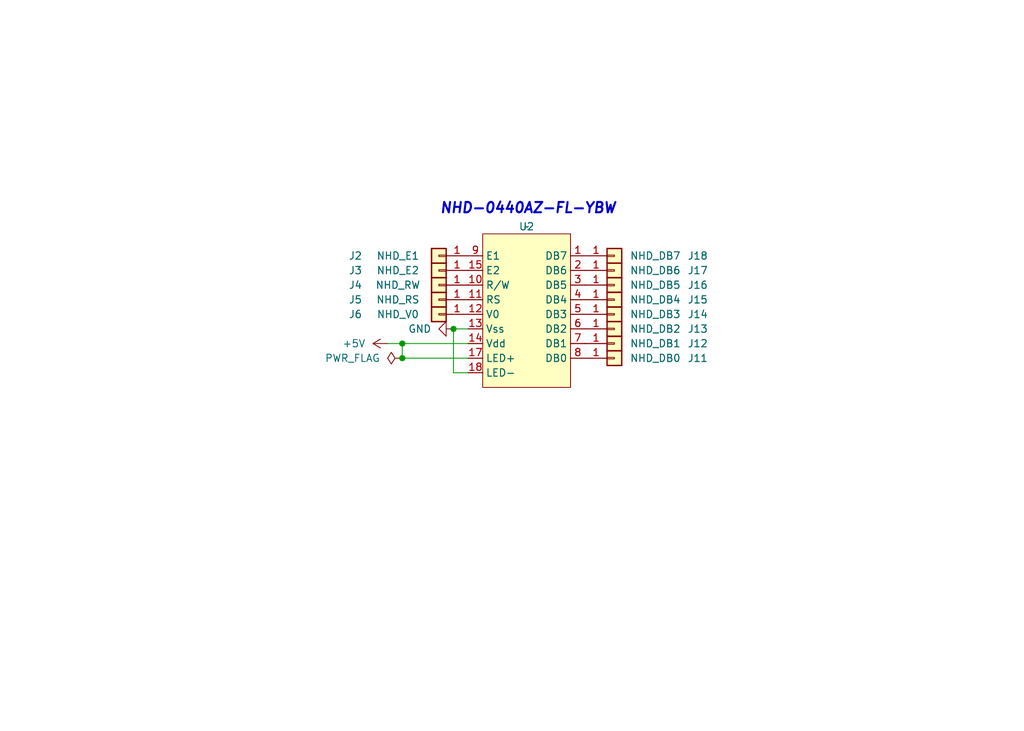
<source format=kicad_sch>
(kicad_sch (version 20231120) (generator "eeschema") (generator_version "8.0")
  (paper "User" 177.8 127)
  (title_block (title "Offboard 8-Ohm Speaker") (company "ECE 47700 Team 01"))
  (lib_symbols
    (symbol "Connector_Generic:Conn_01x01" (pin_names (offset 1.016) hide)
      (property "Reference" "J" (at 0 2.54 0))
      (property "Value" "Conn_01x01" (at 0 -2.54 0))
      (symbol "Conn_01x01_1_1"
        (rectangle (start -1.27 0.127) (end 0 -0.127) (stroke (width 0.1524)))
        (rectangle (start -1.27 1.27) (end 1.27 -1.27) (stroke (width 0.254)) (fill (type background)))
        (pin passive line (at -5.08 0 0) (length 3.81) (name "Pin_1") (number "1"))
      )
    )
    (symbol "nhd-0440az:NHD_0440AZ"
      (property "Reference" "U" (at -7.874 2.286 0))
      (symbol "NHD_0440AZ_1_1"
        (rectangle (start -15.24 1.27) (end 0 -25.4) (fill (type background)))
        (pin input line (at 2.54 -2.54 180) (length 2.54) (name "DB7") (number "1"))
        (pin input line (at -17.78 -7.62 0) (length 2.54) (name "R/W") (number "10"))
        (pin input line (at -17.78 -10.16 0) (length 2.54) (name "RS") (number "11"))
        (pin power_in line (at -17.78 -12.7 0) (length 2.54) (name "V0") (number "12"))
        (pin power_in line (at -17.78 -15.24 0) (length 2.54) (name "Vss") (number "13"))
        (pin power_in line (at -17.78 -17.78 0) (length 2.54) (name "Vdd") (number "14"))
        (pin input line (at -17.78 -5.08 0) (length 2.54) (name "E2") (number "15"))
        (pin power_in line (at -17.78 -20.32 0) (length 2.54) (name "LED+") (number "17"))
        (pin power_in line (at -17.78 -22.86 0) (length 2.54) (name "LED-") (number "18"))
        (pin input line (at 2.54 -5.08 180) (length 2.54) (name "DB6") (number "2"))
        (pin input line (at 2.54 -7.62 180) (length 2.54) (name "DB5") (number "3"))
        (pin input line (at 2.54 -10.16 180) (length 2.54) (name "DB4") (number "4"))
        (pin input line (at 2.54 -12.7 180) (length 2.54) (name "DB3") (number "5"))
        (pin input line (at 2.54 -15.24 180) (length 2.54) (name "DB2") (number "6"))
        (pin input line (at 2.54 -17.78 180) (length 2.54) (name "DB1") (number "7"))
        (pin input line (at 2.54 -20.32 180) (length 2.54) (name "DB0") (number "8"))
        (pin input line (at -17.78 -2.54 0) (length 2.54) (name "E1") (number "9"))
      )
    )
    (symbol "power:+5V" (power) (pin_numbers hide) (pin_names (offset 0) hide)
      (property "Value" "+5V" (at 0 3.556 0))
      (symbol "+5V_0_1"
        (polyline (pts (xy -0.762 1.27) (xy 0 2.54)))
        (polyline (pts (xy 0 0) (xy 0 2.54)))
        (polyline (pts (xy 0 2.54) (xy 0.762 1.27)))
      )
      (symbol "+5V_1_1"
        (pin power_in line (at 0 0 90) (length 0) (name "~") (number "1"))
      )
    )
    (symbol "power:GND" (power) (pin_numbers hide) (pin_names (offset 0) hide)
      (property "Value" "GND" (at 0 -3.81 0))
      (symbol "GND_0_1"
        (polyline (pts (xy 0 0) (xy 0 -1.27) (xy 1.27 -1.27) (xy 0 -2.54) (xy -1.27 -1.27) (xy 0 -1.27)))
      )
      (symbol "GND_1_1"
        (pin power_in line (at 0 0 270) (length 0) (name "~") (number "1"))
      )
    )
    (symbol "power:PWR_FLAG" (power) (pin_numbers hide) (pin_names (offset 0) hide)
      (property "Value" "PWR_FLAG" (at 0 3.81 0))
      (symbol "PWR_FLAG_0_0"
        (pin power_out line (at 0 0 90) (length 0) (name "~") (number "1"))
      )
      (symbol "PWR_FLAG_0_1"
        (polyline (pts (xy 0 0) (xy 0 1.27) (xy -1.016 1.905) (xy 0 2.54) (xy 1.016 1.905) (xy 0 1.27)))
      )
    )
  )
  (junction (at 78.74 57.15))
  (junction (at 69.85 59.69))
  (junction (at 69.85 62.23))
  (wire (pts (xy 69.85 59.69) (xy 81.28 59.69)))
  (wire (pts (xy 67.31 59.69) (xy 69.85 59.69)))
  (wire (pts (xy 78.74 64.77) (xy 81.28 64.77)))
  (wire (pts (xy 69.85 59.69) (xy 69.85 62.23)))
  (wire (pts (xy 69.85 62.23) (xy 81.28 62.23)))
  (wire (pts (xy 78.74 57.15) (xy 78.74 64.77)))
  (wire (pts (xy 78.74 57.15) (xy 81.28 57.15)))
  (text "NHD-0440AZ-FL-YBW" (at 91.694 36.322 0) (effects (font (size 1.778 1.778) (thickness 0.3556) (bold yes) (italic yes))))
  (symbol (lib_id "nhd-0440az:NHD_0440AZ") (at 99.06 41.91 0) (unit 1)
    (property "Reference" "U2" (at 91.44 39.37 0))
    (property "Value" "~" (at 91.44 39.37 0))
  )
  (symbol (lib_id "Connector_Generic:Conn_01x01") (at 106.68 44.45 0) (unit 1)
    (property "Reference" "J18" (at 121.158 44.45 0))
    (property "Value" "NHD_DB7" (at 113.792 44.45 0))
    (property "Description" "Generic connector, single row, 01x01, script generated (kicad-library-utils/schlib/autogen/connector/)" (effects (hide yes)))
  )
  (symbol (lib_id "Connector_Generic:Conn_01x01") (at 106.68 57.15 0) (unit 1)
    (property "Reference" "J13" (at 121.158 57.15 0))
    (property "Value" "NHD_DB2" (at 113.792 57.15 0))
    (property "Description" "Generic connector, single row, 01x01, script generated (kicad-library-utils/schlib/autogen/connector/)" (effects (hide yes)))
  )
  (symbol (lib_id "Connector_Generic:Conn_01x01") (at 76.2 54.61 180) (unit 1)
    (property "Reference" "J6" (at 61.722 54.61 0))
    (property "Value" "NHD_V0" (at 69.088 54.61 0))
    (property "Description" "Generic connector, single row, 01x01, script generated (kicad-library-utils/schlib/autogen/connector/)" (effects (hide yes)))
  )
  (symbol (lib_id "Connector_Generic:Conn_01x01") (at 106.68 49.53 0) (unit 1)
    (property "Reference" "J16" (at 121.158 49.53 0))
    (property "Value" "NHD_DB5" (at 113.792 49.53 0))
    (property "Description" "Generic connector, single row, 01x01, script generated (kicad-library-utils/schlib/autogen/connector/)" (effects (hide yes)))
  )
  (symbol (lib_id "Connector_Generic:Conn_01x01") (at 106.68 62.23 0) (unit 1)
    (property "Reference" "J11" (at 121.158 62.23 0))
    (property "Value" "NHD_DB0" (at 113.792 62.23 0))
    (property "Description" "Generic connector, single row, 01x01, script generated (kicad-library-utils/schlib/autogen/connector/)" (effects (hide yes)))
  )
  (symbol (lib_id "power:+5V") (at 67.31 59.69 90) (unit 1)
    (property "Reference" "#PWR07" (effects (hide yes)))
    (property "Value" "+5V" (at 63.5 59.6899 90) (effects (justify left)))
    (property "Description" "Power symbol creates a global label with name \"+5V\"" (effects (hide yes)))
  )
  (symbol (lib_id "Connector_Generic:Conn_01x01") (at 76.2 49.53 180) (unit 1)
    (property "Reference" "J4" (at 61.722 49.53 0))
    (property "Value" "NHD_RW" (at 69.088 49.53 0))
    (property "Description" "Generic connector, single row, 01x01, script generated (kicad-library-utils/schlib/autogen/connector/)" (effects (hide yes)))
  )
  (symbol (lib_id "Connector_Generic:Conn_01x01") (at 106.68 52.07 0) (unit 1)
    (property "Reference" "J15" (at 121.158 52.07 0))
    (property "Value" "NHD_DB4" (at 113.792 52.07 0))
    (property "Description" "Generic connector, single row, 01x01, script generated (kicad-library-utils/schlib/autogen/connector/)" (effects (hide yes)))
  )
  (symbol (lib_id "power:GND") (at 78.74 57.15 270) (unit 1)
    (property "Reference" "#PWR08" (effects (hide yes)))
    (property "Value" "GND" (at 74.93 57.1499 90) (effects (justify right)))
    (property "Description" "Power symbol creates a global label with name \"GND\" , ground" (effects (hide yes)))
  )
  (symbol (lib_id "Connector_Generic:Conn_01x01") (at 106.68 54.61 0) (unit 1)
    (property "Reference" "J14" (at 121.158 54.61 0))
    (property "Value" "NHD_DB3" (at 113.792 54.61 0))
    (property "Description" "Generic connector, single row, 01x01, script generated (kicad-library-utils/schlib/autogen/connector/)" (effects (hide yes)))
  )
  (symbol (lib_id "power:PWR_FLAG") (at 69.85 62.23 90) (unit 1)
    (property "Reference" "#FLG01" (effects (hide yes)))
    (property "Value" "PWR_FLAG" (at 66.04 62.2299 90) (effects (justify left)))
    (property "Description" "Special symbol for telling ERC where power comes from" (effects (hide yes)))
  )
  (symbol (lib_id "Connector_Generic:Conn_01x01") (at 106.68 46.99 0) (unit 1)
    (property "Reference" "J17" (at 121.158 46.99 0))
    (property "Value" "NHD_DB6" (at 113.792 46.99 0))
    (property "Description" "Generic connector, single row, 01x01, script generated (kicad-library-utils/schlib/autogen/connector/)" (effects (hide yes)))
  )
  (symbol (lib_id "Connector_Generic:Conn_01x01") (at 106.68 59.69 0) (unit 1)
    (property "Reference" "J12" (at 121.158 59.69 0))
    (property "Value" "NHD_DB1" (at 113.792 59.69 0))
    (property "Description" "Generic connector, single row, 01x01, script generated (kicad-library-utils/schlib/autogen/connector/)" (effects (hide yes)))
  )
  (symbol (lib_id "Connector_Generic:Conn_01x01") (at 76.2 44.45 180) (unit 1)
    (property "Reference" "J2" (at 61.722 44.45 0))
    (property "Value" "NHD_E1" (at 69.088 44.45 0))
    (property "Description" "Generic connector, single row, 01x01, script generated (kicad-library-utils/schlib/autogen/connector/)" (effects (hide yes)))
  )
  (symbol (lib_id "Connector_Generic:Conn_01x01") (at 76.2 46.99 180) (unit 1)
    (property "Reference" "J3" (at 61.722 46.99 0))
    (property "Value" "NHD_E2" (at 69.088 46.99 0))
    (property "Description" "Generic connector, single row, 01x01, script generated (kicad-library-utils/schlib/autogen/connector/)" (effects (hide yes)))
  )
  (symbol (lib_id "Connector_Generic:Conn_01x01") (at 76.2 52.07 180) (unit 1)
    (property "Reference" "J5" (at 61.722 52.07 0))
    (property "Value" "NHD_RS" (at 69.088 52.07 0))
    (property "Description" "Generic connector, single row, 01x01, script generated (kicad-library-utils/schlib/autogen/connector/)" (effects (hide yes)))
  )
)
</source>
